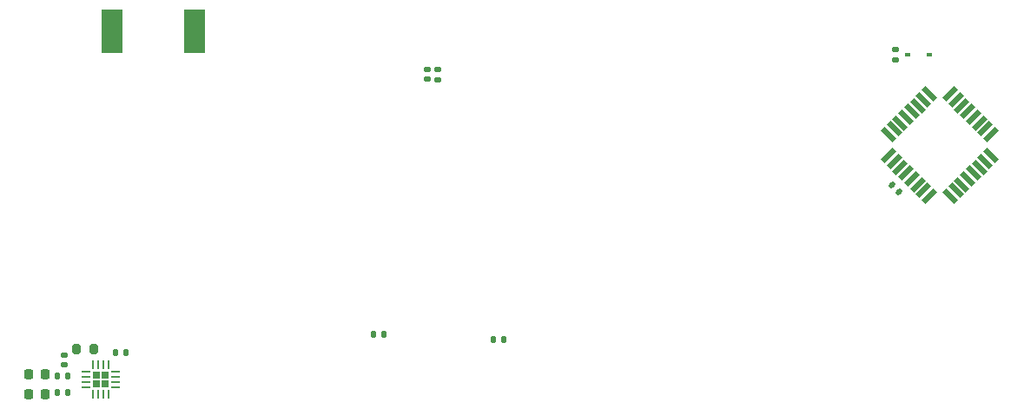
<source format=gbr>
%TF.GenerationSoftware,KiCad,Pcbnew,(6.0.0)*%
%TF.CreationDate,2022-10-15T12:08:06+11:00*%
%TF.ProjectId,c64pico,63363470-6963-46f2-9e6b-696361645f70,rev?*%
%TF.SameCoordinates,Original*%
%TF.FileFunction,Paste,Bot*%
%TF.FilePolarity,Positive*%
%FSLAX46Y46*%
G04 Gerber Fmt 4.6, Leading zero omitted, Abs format (unit mm)*
G04 Created by KiCad (PCBNEW (6.0.0)) date 2022-10-15 12:08:06*
%MOMM*%
%LPD*%
G01*
G04 APERTURE LIST*
G04 Aperture macros list*
%AMRoundRect*
0 Rectangle with rounded corners*
0 $1 Rounding radius*
0 $2 $3 $4 $5 $6 $7 $8 $9 X,Y pos of 4 corners*
0 Add a 4 corners polygon primitive as box body*
4,1,4,$2,$3,$4,$5,$6,$7,$8,$9,$2,$3,0*
0 Add four circle primitives for the rounded corners*
1,1,$1+$1,$2,$3*
1,1,$1+$1,$4,$5*
1,1,$1+$1,$6,$7*
1,1,$1+$1,$8,$9*
0 Add four rect primitives between the rounded corners*
20,1,$1+$1,$2,$3,$4,$5,0*
20,1,$1+$1,$4,$5,$6,$7,0*
20,1,$1+$1,$6,$7,$8,$9,0*
20,1,$1+$1,$8,$9,$2,$3,0*%
%AMRotRect*
0 Rectangle, with rotation*
0 The origin of the aperture is its center*
0 $1 length*
0 $2 width*
0 $3 Rotation angle, in degrees counterclockwise*
0 Add horizontal line*
21,1,$1,$2,0,0,$3*%
G04 Aperture macros list end*
%ADD10RoundRect,0.135000X-0.135000X-0.185000X0.135000X-0.185000X0.135000X0.185000X-0.135000X0.185000X0*%
%ADD11R,2.000000X4.200000*%
%ADD12RoundRect,0.218750X-0.218750X-0.256250X0.218750X-0.256250X0.218750X0.256250X-0.218750X0.256250X0*%
%ADD13RoundRect,0.182500X0.182500X0.182500X-0.182500X0.182500X-0.182500X-0.182500X0.182500X-0.182500X0*%
%ADD14RoundRect,0.062500X0.350000X0.062500X-0.350000X0.062500X-0.350000X-0.062500X0.350000X-0.062500X0*%
%ADD15RoundRect,0.062500X0.062500X0.350000X-0.062500X0.350000X-0.062500X-0.350000X0.062500X-0.350000X0*%
%ADD16R,0.600000X0.450000*%
%ADD17RoundRect,0.140000X0.170000X-0.140000X0.170000X0.140000X-0.170000X0.140000X-0.170000X-0.140000X0*%
%ADD18RoundRect,0.140000X-0.170000X0.140000X-0.170000X-0.140000X0.170000X-0.140000X0.170000X0.140000X0*%
%ADD19RoundRect,0.135000X0.135000X0.185000X-0.135000X0.185000X-0.135000X-0.185000X0.135000X-0.185000X0*%
%ADD20RoundRect,0.200000X-0.200000X-0.275000X0.200000X-0.275000X0.200000X0.275000X-0.200000X0.275000X0*%
%ADD21RoundRect,0.135000X-0.185000X0.135000X-0.185000X-0.135000X0.185000X-0.135000X0.185000X0.135000X0*%
%ADD22RoundRect,0.135000X0.185000X-0.135000X0.185000X0.135000X-0.185000X0.135000X-0.185000X-0.135000X0*%
%ADD23RotRect,1.600000X0.550000X45.000000*%
%ADD24RotRect,1.600000X0.550000X315.000000*%
%ADD25RoundRect,0.140000X0.219203X0.021213X0.021213X0.219203X-0.219203X-0.021213X-0.021213X-0.219203X0*%
G04 APERTURE END LIST*
D10*
%TO.C,R3*%
X38940000Y-99650000D03*
X39960000Y-99650000D03*
%TD*%
D11*
%TO.C,LS1*%
X44300000Y-66050000D03*
X52300000Y-66050000D03*
%TD*%
D12*
%TO.C,D1*%
X36174999Y-99500000D03*
X37749999Y-99500000D03*
%TD*%
D13*
%TO.C,U2*%
X42730000Y-100420000D03*
X42730000Y-99580000D03*
X43570000Y-100420000D03*
X43570000Y-99580000D03*
D14*
X44612500Y-99250000D03*
X44612500Y-99750000D03*
X44612500Y-100250000D03*
X44612500Y-100750000D03*
D15*
X43900000Y-101462500D03*
X43400000Y-101462500D03*
X42900000Y-101462500D03*
X42400000Y-101462500D03*
D14*
X41687500Y-100750000D03*
X41687500Y-100250000D03*
X41687500Y-99750000D03*
X41687500Y-99250000D03*
D15*
X42400000Y-98537500D03*
X42900000Y-98537500D03*
X43400000Y-98537500D03*
X43900000Y-98537500D03*
%TD*%
D16*
%TO.C,D3*%
X123900000Y-68350000D03*
X121800000Y-68350000D03*
%TD*%
D12*
%TO.C,D2*%
X36156786Y-101450000D03*
X37731786Y-101450000D03*
%TD*%
D17*
%TO.C,C1*%
X39600000Y-98580000D03*
X39600000Y-97620000D03*
%TD*%
D18*
%TO.C,C2*%
X75000000Y-69740000D03*
X75000000Y-70700000D03*
%TD*%
D19*
%TO.C,R2*%
X45610000Y-97350000D03*
X44590000Y-97350000D03*
%TD*%
D20*
%TO.C,R1*%
X40825000Y-97050000D03*
X42475000Y-97050000D03*
%TD*%
D21*
%TO.C,R5*%
X120650000Y-67840000D03*
X120650000Y-68860000D03*
%TD*%
D22*
%TO.C,R10*%
X76000000Y-70760000D03*
X76000000Y-69740000D03*
%TD*%
D19*
%TO.C,R12*%
X70760000Y-95600000D03*
X69740000Y-95600000D03*
%TD*%
D10*
%TO.C,R11*%
X81440000Y-96100000D03*
X82460000Y-96100000D03*
%TD*%
%TO.C,R4*%
X38940000Y-101300000D03*
X39960000Y-101300000D03*
%TD*%
D23*
%TO.C,U1*%
X123925116Y-82126966D03*
X123359431Y-81561280D03*
X122793745Y-80995595D03*
X122228060Y-80429910D03*
X121662374Y-79864224D03*
X121096689Y-79298539D03*
X120531004Y-78732853D03*
X119965318Y-78167168D03*
D24*
X119965318Y-76116558D03*
X120531004Y-75550873D03*
X121096689Y-74985187D03*
X121662374Y-74419502D03*
X122228060Y-73853816D03*
X122793745Y-73288131D03*
X123359431Y-72722446D03*
X123925116Y-72156760D03*
D23*
X125975726Y-72156760D03*
X126541411Y-72722446D03*
X127107097Y-73288131D03*
X127672782Y-73853816D03*
X128238468Y-74419502D03*
X128804153Y-74985187D03*
X129369838Y-75550873D03*
X129935524Y-76116558D03*
D24*
X129935524Y-78167168D03*
X129369838Y-78732853D03*
X128804153Y-79298539D03*
X128238468Y-79864224D03*
X127672782Y-80429910D03*
X127107097Y-80995595D03*
X126541411Y-81561280D03*
X125975726Y-82126966D03*
%TD*%
D25*
%TO.C,C3*%
X120989411Y-81739411D03*
X120310589Y-81060589D03*
%TD*%
M02*

</source>
